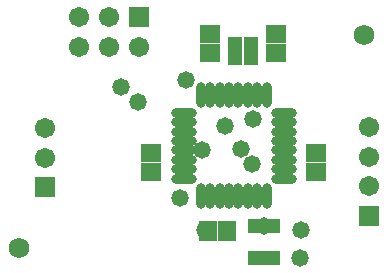
<source format=gts>
G04*
G04 #@! TF.GenerationSoftware,Altium Limited,Altium Designer,20.0.11 (256)*
G04*
G04 Layer_Color=8388736*
%FSLAX43Y43*%
%MOMM*%
G71*
G01*
G75*
%ADD21R,1.653X1.503*%
%ADD22O,2.153X0.803*%
%ADD23O,0.803X2.153*%
%ADD24R,1.153X2.403*%
%ADD25R,2.803X1.303*%
%ADD26R,1.503X1.653*%
%ADD27C,1.727*%
%ADD28C,1.703*%
%ADD29R,1.703X1.703*%
%ADD30R,1.703X1.703*%
%ADD31C,1.473*%
D21*
X25908Y21628D02*
D03*
Y20028D02*
D03*
X29337Y9995D02*
D03*
Y11595D02*
D03*
X15328Y11595D02*
D03*
Y9995D02*
D03*
X20320Y20028D02*
D03*
Y21628D02*
D03*
D22*
X26583Y9392D02*
D03*
Y10192D02*
D03*
Y10992D02*
D03*
Y11792D02*
D03*
Y12592D02*
D03*
Y13392D02*
D03*
Y14192D02*
D03*
Y14992D02*
D03*
X18083D02*
D03*
Y14192D02*
D03*
Y13392D02*
D03*
Y12592D02*
D03*
Y11792D02*
D03*
Y10992D02*
D03*
Y10192D02*
D03*
Y9392D02*
D03*
D23*
X25133Y16442D02*
D03*
X24333D02*
D03*
X23533D02*
D03*
X22733D02*
D03*
X21933D02*
D03*
X21133D02*
D03*
X20333D02*
D03*
X19533D02*
D03*
Y7942D02*
D03*
X20333D02*
D03*
X21133D02*
D03*
X21933D02*
D03*
X22733D02*
D03*
X23533D02*
D03*
X24333D02*
D03*
X25133D02*
D03*
D24*
X23789Y20193D02*
D03*
X22439D02*
D03*
D25*
X24892Y5414D02*
D03*
Y2714D02*
D03*
D26*
X21755Y4953D02*
D03*
X20155D02*
D03*
D27*
X33401Y21590D02*
D03*
X4191Y3556D02*
D03*
D28*
X9233Y20574D02*
D03*
Y23114D02*
D03*
X11773Y20574D02*
D03*
Y23114D02*
D03*
X14313Y20574D02*
D03*
X6350Y13676D02*
D03*
Y11176D02*
D03*
X33782Y8763D02*
D03*
Y11263D02*
D03*
Y13763D02*
D03*
D29*
X14313Y23114D02*
D03*
D30*
X6350Y8676D02*
D03*
X33782Y6263D02*
D03*
D31*
X29337Y9995D02*
D03*
X19939Y5080D02*
D03*
X17780Y7747D02*
D03*
X21590Y13843D02*
D03*
X22987Y11938D02*
D03*
X12827Y17145D02*
D03*
X14224Y15875D02*
D03*
X24003Y14478D02*
D03*
X23876Y10668D02*
D03*
X18288Y17780D02*
D03*
X19685Y11811D02*
D03*
X27942Y2700D02*
D03*
X28067Y5080D02*
D03*
X24892Y5414D02*
D03*
X21755Y4953D02*
D03*
M02*

</source>
